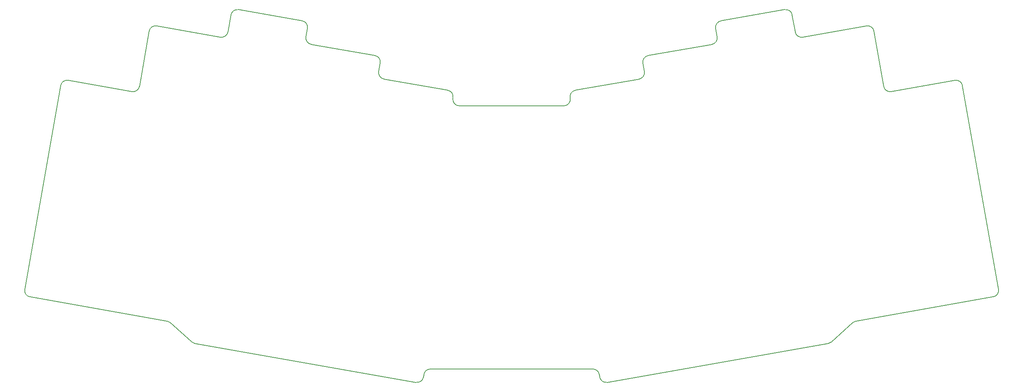
<source format=gbr>
%TF.GenerationSoftware,KiCad,Pcbnew,8.0.1*%
%TF.CreationDate,2024-05-10T10:41:52+02:00*%
%TF.ProjectId,main,6d61696e-2e6b-4696-9361-645f70636258,v1.0.0*%
%TF.SameCoordinates,Original*%
%TF.FileFunction,Profile,NP*%
%FSLAX46Y46*%
G04 Gerber Fmt 4.6, Leading zero omitted, Abs format (unit mm)*
G04 Created by KiCad (PCBNEW 8.0.1) date 2024-05-10 10:41:52*
%MOMM*%
%LPD*%
G01*
G04 APERTURE LIST*
%TA.AperFunction,Profile*%
%ADD10C,0.150000*%
%TD*%
G04 APERTURE END LIST*
D10*
X240246546Y-27442775D02*
X242503965Y-40245277D01*
X203925225Y-28770073D02*
G75*
G02*
X202708486Y-30507776I-1477197J-260499D01*
G01*
X144193239Y-44771003D02*
G75*
G02*
X142715966Y-43010520I89J1500128D01*
G01*
X229727571Y-99869711D02*
X178454513Y-108910528D01*
X76500916Y-94685077D02*
G75*
G02*
X77252131Y-95054831I-260088J-1476397D01*
G01*
X169880835Y-43010533D02*
G75*
G02*
X168403629Y-44770966I-1477207J-260443D01*
G01*
X244241646Y-41462013D02*
X259013762Y-38857292D01*
X223736742Y-28830764D02*
G75*
G02*
X221999105Y-27614011I-260515J1477090D01*
G01*
X124660504Y-33112479D02*
G75*
G02*
X125877188Y-34850152I-260378J-1477097D01*
G01*
X107802206Y-25062773D02*
G75*
G02*
X109019007Y-26800464I-260380J-1477200D01*
G01*
X221304464Y-23674787D02*
X221999058Y-27614019D01*
X259013768Y-38857294D02*
G75*
G02*
X260751415Y-40074036I260461J-1477182D01*
G01*
X141518803Y-41162182D02*
G75*
G02*
X142735483Y-42899860I-260376J-1477093D01*
G01*
X175128246Y-105822658D02*
G75*
G02*
X176605437Y-107062183I-119J-1500118D01*
G01*
X126746685Y-38557461D02*
X141518803Y-41162182D01*
X235344734Y-95054828D02*
X230478794Y-99499961D01*
X187066929Y-36819785D02*
G75*
G02*
X185850173Y-38557413I-1477401J-260289D01*
G01*
X76500916Y-94685077D02*
X44727044Y-89082488D01*
X169861325Y-42899872D02*
G75*
G02*
X171078074Y-41162236I1477402J260297D01*
G01*
X204794666Y-25062769D02*
X219566781Y-22458052D01*
X135991409Y-107062179D02*
G75*
G02*
X137468621Y-105822647I1477319J-260595D01*
G01*
X187066923Y-36819780D02*
X186719625Y-34850162D01*
X43510303Y-87344806D02*
X51845415Y-40074041D01*
X244241650Y-41462017D02*
G75*
G02*
X242503965Y-40245277I-260522J1477142D01*
G01*
X82118080Y-99499961D02*
X77252135Y-95054827D01*
X125877238Y-34850161D02*
X125529945Y-36819776D01*
X90597813Y-27614023D02*
X91292399Y-23674794D01*
X238508855Y-26226038D02*
G75*
G02*
X240246491Y-27442785I260273J-1477437D01*
G01*
X203577927Y-26800454D02*
G75*
G02*
X204794673Y-25062807I1477299J260379D01*
G01*
X175128246Y-105822658D02*
X137468621Y-105822654D01*
X178454513Y-108910528D02*
G75*
G02*
X176716815Y-107693793I-260385J1477354D01*
G01*
X72350325Y-27442774D02*
G75*
G02*
X74088008Y-26226026I1477100J-260302D01*
G01*
X91292399Y-23674791D02*
G75*
G02*
X93030092Y-22458043I1477228J-260483D01*
G01*
X267869831Y-89082491D02*
X236095948Y-94685079D01*
X260751444Y-40074031D02*
X269086574Y-87344805D01*
X219566783Y-22458051D02*
G75*
G02*
X221304445Y-23674790I260445J-1477224D01*
G01*
X176716823Y-107693792D02*
X176605448Y-107062181D01*
X269086563Y-87344807D02*
G75*
G02*
X267869833Y-89082502I-1477234J-260468D01*
G01*
X235344735Y-95054829D02*
G75*
G02*
X236095944Y-94685054I1011690J-1107343D01*
G01*
X51845420Y-40074040D02*
G75*
G02*
X53583100Y-38857323I1477306J-260635D01*
G01*
X142735538Y-42899870D02*
X142716028Y-43010531D01*
X135880045Y-107693791D02*
G75*
G02*
X134142369Y-108910500I-1477216J260517D01*
G01*
X53583106Y-38857292D02*
X68355207Y-41462019D01*
X126746685Y-38557459D02*
G75*
G02*
X125529953Y-36819777I260444J1477185D01*
G01*
X82869294Y-99869709D02*
G75*
G02*
X82118076Y-99499966I260333J1476935D01*
G01*
X230478793Y-99499960D02*
G75*
G02*
X229727571Y-99869712I-1011466J1106987D01*
G01*
X109888386Y-30507756D02*
G75*
G02*
X108671654Y-28770073I260440J1477183D01*
G01*
X74088006Y-26226037D02*
X88860129Y-28830759D01*
X70092898Y-40245274D02*
X72350331Y-27442772D01*
X109888385Y-30507751D02*
X124660498Y-33112474D01*
X203925225Y-28770073D02*
X203577926Y-26800453D01*
X144193239Y-44771003D02*
X168403629Y-44771001D01*
X169880841Y-43010530D02*
X169861325Y-42899872D01*
X93030091Y-22458050D02*
X107802195Y-25062774D01*
X134142364Y-108910527D02*
X82869294Y-99869709D01*
X109018942Y-26800453D02*
X108671641Y-28770071D01*
X90597806Y-27614023D02*
G75*
G02*
X88860126Y-28830779I-1477280J260551D01*
G01*
X70092895Y-40245277D02*
G75*
G02*
X68355213Y-41461985I-1477066J260303D01*
G01*
X44727044Y-89082487D02*
G75*
G02*
X43510347Y-87344814I260384J1477112D01*
G01*
X223736742Y-28830765D02*
X238508854Y-26226034D01*
X187936363Y-33112479D02*
X202708483Y-30507757D01*
X135991413Y-107062187D02*
X135880038Y-107693790D01*
X171078064Y-41162177D02*
X185850182Y-38557466D01*
X186719619Y-34850166D02*
G75*
G02*
X187936353Y-33112424I1477110J260594D01*
G01*
M02*

</source>
